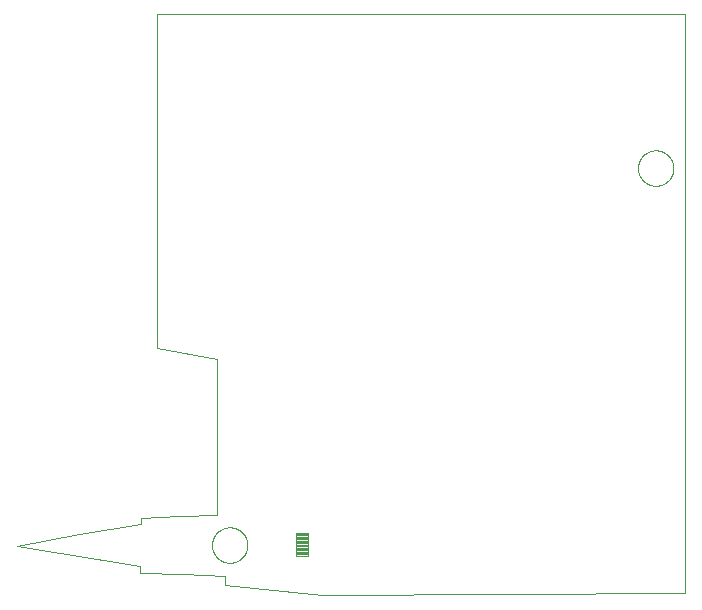
<source format=gbp>
G75*
%MOIN*%
%OFA0B0*%
%FSLAX25Y25*%
%IPPOS*%
%LPD*%
%AMOC8*
5,1,8,0,0,1.08239X$1,22.5*
%
%ADD10C,0.00000*%
%ADD11C,0.00450*%
D10*
X0004557Y0022435D02*
X0025391Y0026394D01*
X0045891Y0030019D01*
X0045960Y0031852D01*
X0046030Y0032019D01*
X0058794Y0032505D01*
X0071224Y0032991D01*
X0071200Y0032985D02*
X0071225Y0058990D01*
X0071224Y0058963D02*
X0071224Y0084935D01*
X0051224Y0088685D01*
X0051224Y0199797D01*
X0227474Y0199797D01*
X0227474Y0006741D01*
X0166919Y0006394D01*
X0106363Y0006047D01*
X0074002Y0009419D01*
X0074002Y0012574D01*
X0059905Y0013130D01*
X0045807Y0013685D01*
X0045807Y0015908D01*
X0004557Y0022435D01*
X0069653Y0022850D02*
X0069655Y0023003D01*
X0069661Y0023157D01*
X0069671Y0023310D01*
X0069685Y0023462D01*
X0069703Y0023615D01*
X0069725Y0023766D01*
X0069750Y0023917D01*
X0069780Y0024068D01*
X0069814Y0024218D01*
X0069851Y0024366D01*
X0069892Y0024514D01*
X0069937Y0024660D01*
X0069986Y0024806D01*
X0070039Y0024950D01*
X0070095Y0025092D01*
X0070155Y0025233D01*
X0070219Y0025373D01*
X0070286Y0025511D01*
X0070357Y0025647D01*
X0070432Y0025781D01*
X0070509Y0025913D01*
X0070591Y0026043D01*
X0070675Y0026171D01*
X0070763Y0026297D01*
X0070854Y0026420D01*
X0070948Y0026541D01*
X0071046Y0026659D01*
X0071146Y0026775D01*
X0071250Y0026888D01*
X0071356Y0026999D01*
X0071465Y0027107D01*
X0071577Y0027212D01*
X0071691Y0027313D01*
X0071809Y0027412D01*
X0071928Y0027508D01*
X0072050Y0027601D01*
X0072175Y0027690D01*
X0072302Y0027777D01*
X0072431Y0027859D01*
X0072562Y0027939D01*
X0072695Y0028015D01*
X0072830Y0028088D01*
X0072967Y0028157D01*
X0073106Y0028222D01*
X0073246Y0028284D01*
X0073388Y0028342D01*
X0073531Y0028397D01*
X0073676Y0028448D01*
X0073822Y0028495D01*
X0073969Y0028538D01*
X0074117Y0028577D01*
X0074266Y0028613D01*
X0074416Y0028644D01*
X0074567Y0028672D01*
X0074718Y0028696D01*
X0074871Y0028716D01*
X0075023Y0028732D01*
X0075176Y0028744D01*
X0075329Y0028752D01*
X0075482Y0028756D01*
X0075636Y0028756D01*
X0075789Y0028752D01*
X0075942Y0028744D01*
X0076095Y0028732D01*
X0076247Y0028716D01*
X0076400Y0028696D01*
X0076551Y0028672D01*
X0076702Y0028644D01*
X0076852Y0028613D01*
X0077001Y0028577D01*
X0077149Y0028538D01*
X0077296Y0028495D01*
X0077442Y0028448D01*
X0077587Y0028397D01*
X0077730Y0028342D01*
X0077872Y0028284D01*
X0078012Y0028222D01*
X0078151Y0028157D01*
X0078288Y0028088D01*
X0078423Y0028015D01*
X0078556Y0027939D01*
X0078687Y0027859D01*
X0078816Y0027777D01*
X0078943Y0027690D01*
X0079068Y0027601D01*
X0079190Y0027508D01*
X0079309Y0027412D01*
X0079427Y0027313D01*
X0079541Y0027212D01*
X0079653Y0027107D01*
X0079762Y0026999D01*
X0079868Y0026888D01*
X0079972Y0026775D01*
X0080072Y0026659D01*
X0080170Y0026541D01*
X0080264Y0026420D01*
X0080355Y0026297D01*
X0080443Y0026171D01*
X0080527Y0026043D01*
X0080609Y0025913D01*
X0080686Y0025781D01*
X0080761Y0025647D01*
X0080832Y0025511D01*
X0080899Y0025373D01*
X0080963Y0025233D01*
X0081023Y0025092D01*
X0081079Y0024950D01*
X0081132Y0024806D01*
X0081181Y0024660D01*
X0081226Y0024514D01*
X0081267Y0024366D01*
X0081304Y0024218D01*
X0081338Y0024068D01*
X0081368Y0023917D01*
X0081393Y0023766D01*
X0081415Y0023615D01*
X0081433Y0023462D01*
X0081447Y0023310D01*
X0081457Y0023157D01*
X0081463Y0023003D01*
X0081465Y0022850D01*
X0081463Y0022697D01*
X0081457Y0022543D01*
X0081447Y0022390D01*
X0081433Y0022238D01*
X0081415Y0022085D01*
X0081393Y0021934D01*
X0081368Y0021783D01*
X0081338Y0021632D01*
X0081304Y0021482D01*
X0081267Y0021334D01*
X0081226Y0021186D01*
X0081181Y0021040D01*
X0081132Y0020894D01*
X0081079Y0020750D01*
X0081023Y0020608D01*
X0080963Y0020467D01*
X0080899Y0020327D01*
X0080832Y0020189D01*
X0080761Y0020053D01*
X0080686Y0019919D01*
X0080609Y0019787D01*
X0080527Y0019657D01*
X0080443Y0019529D01*
X0080355Y0019403D01*
X0080264Y0019280D01*
X0080170Y0019159D01*
X0080072Y0019041D01*
X0079972Y0018925D01*
X0079868Y0018812D01*
X0079762Y0018701D01*
X0079653Y0018593D01*
X0079541Y0018488D01*
X0079427Y0018387D01*
X0079309Y0018288D01*
X0079190Y0018192D01*
X0079068Y0018099D01*
X0078943Y0018010D01*
X0078816Y0017923D01*
X0078687Y0017841D01*
X0078556Y0017761D01*
X0078423Y0017685D01*
X0078288Y0017612D01*
X0078151Y0017543D01*
X0078012Y0017478D01*
X0077872Y0017416D01*
X0077730Y0017358D01*
X0077587Y0017303D01*
X0077442Y0017252D01*
X0077296Y0017205D01*
X0077149Y0017162D01*
X0077001Y0017123D01*
X0076852Y0017087D01*
X0076702Y0017056D01*
X0076551Y0017028D01*
X0076400Y0017004D01*
X0076247Y0016984D01*
X0076095Y0016968D01*
X0075942Y0016956D01*
X0075789Y0016948D01*
X0075636Y0016944D01*
X0075482Y0016944D01*
X0075329Y0016948D01*
X0075176Y0016956D01*
X0075023Y0016968D01*
X0074871Y0016984D01*
X0074718Y0017004D01*
X0074567Y0017028D01*
X0074416Y0017056D01*
X0074266Y0017087D01*
X0074117Y0017123D01*
X0073969Y0017162D01*
X0073822Y0017205D01*
X0073676Y0017252D01*
X0073531Y0017303D01*
X0073388Y0017358D01*
X0073246Y0017416D01*
X0073106Y0017478D01*
X0072967Y0017543D01*
X0072830Y0017612D01*
X0072695Y0017685D01*
X0072562Y0017761D01*
X0072431Y0017841D01*
X0072302Y0017923D01*
X0072175Y0018010D01*
X0072050Y0018099D01*
X0071928Y0018192D01*
X0071809Y0018288D01*
X0071691Y0018387D01*
X0071577Y0018488D01*
X0071465Y0018593D01*
X0071356Y0018701D01*
X0071250Y0018812D01*
X0071146Y0018925D01*
X0071046Y0019041D01*
X0070948Y0019159D01*
X0070854Y0019280D01*
X0070763Y0019403D01*
X0070675Y0019529D01*
X0070591Y0019657D01*
X0070509Y0019787D01*
X0070432Y0019919D01*
X0070357Y0020053D01*
X0070286Y0020189D01*
X0070219Y0020327D01*
X0070155Y0020467D01*
X0070095Y0020608D01*
X0070039Y0020750D01*
X0069986Y0020894D01*
X0069937Y0021040D01*
X0069892Y0021186D01*
X0069851Y0021334D01*
X0069814Y0021482D01*
X0069780Y0021632D01*
X0069750Y0021783D01*
X0069725Y0021934D01*
X0069703Y0022085D01*
X0069685Y0022238D01*
X0069671Y0022390D01*
X0069661Y0022543D01*
X0069655Y0022697D01*
X0069653Y0022850D01*
X0211639Y0148504D02*
X0211641Y0148657D01*
X0211647Y0148811D01*
X0211657Y0148964D01*
X0211671Y0149116D01*
X0211689Y0149269D01*
X0211711Y0149420D01*
X0211736Y0149571D01*
X0211766Y0149722D01*
X0211800Y0149872D01*
X0211837Y0150020D01*
X0211878Y0150168D01*
X0211923Y0150314D01*
X0211972Y0150460D01*
X0212025Y0150604D01*
X0212081Y0150746D01*
X0212141Y0150887D01*
X0212205Y0151027D01*
X0212272Y0151165D01*
X0212343Y0151301D01*
X0212418Y0151435D01*
X0212495Y0151567D01*
X0212577Y0151697D01*
X0212661Y0151825D01*
X0212749Y0151951D01*
X0212840Y0152074D01*
X0212934Y0152195D01*
X0213032Y0152313D01*
X0213132Y0152429D01*
X0213236Y0152542D01*
X0213342Y0152653D01*
X0213451Y0152761D01*
X0213563Y0152866D01*
X0213677Y0152967D01*
X0213795Y0153066D01*
X0213914Y0153162D01*
X0214036Y0153255D01*
X0214161Y0153344D01*
X0214288Y0153431D01*
X0214417Y0153513D01*
X0214548Y0153593D01*
X0214681Y0153669D01*
X0214816Y0153742D01*
X0214953Y0153811D01*
X0215092Y0153876D01*
X0215232Y0153938D01*
X0215374Y0153996D01*
X0215517Y0154051D01*
X0215662Y0154102D01*
X0215808Y0154149D01*
X0215955Y0154192D01*
X0216103Y0154231D01*
X0216252Y0154267D01*
X0216402Y0154298D01*
X0216553Y0154326D01*
X0216704Y0154350D01*
X0216857Y0154370D01*
X0217009Y0154386D01*
X0217162Y0154398D01*
X0217315Y0154406D01*
X0217468Y0154410D01*
X0217622Y0154410D01*
X0217775Y0154406D01*
X0217928Y0154398D01*
X0218081Y0154386D01*
X0218233Y0154370D01*
X0218386Y0154350D01*
X0218537Y0154326D01*
X0218688Y0154298D01*
X0218838Y0154267D01*
X0218987Y0154231D01*
X0219135Y0154192D01*
X0219282Y0154149D01*
X0219428Y0154102D01*
X0219573Y0154051D01*
X0219716Y0153996D01*
X0219858Y0153938D01*
X0219998Y0153876D01*
X0220137Y0153811D01*
X0220274Y0153742D01*
X0220409Y0153669D01*
X0220542Y0153593D01*
X0220673Y0153513D01*
X0220802Y0153431D01*
X0220929Y0153344D01*
X0221054Y0153255D01*
X0221176Y0153162D01*
X0221295Y0153066D01*
X0221413Y0152967D01*
X0221527Y0152866D01*
X0221639Y0152761D01*
X0221748Y0152653D01*
X0221854Y0152542D01*
X0221958Y0152429D01*
X0222058Y0152313D01*
X0222156Y0152195D01*
X0222250Y0152074D01*
X0222341Y0151951D01*
X0222429Y0151825D01*
X0222513Y0151697D01*
X0222595Y0151567D01*
X0222672Y0151435D01*
X0222747Y0151301D01*
X0222818Y0151165D01*
X0222885Y0151027D01*
X0222949Y0150887D01*
X0223009Y0150746D01*
X0223065Y0150604D01*
X0223118Y0150460D01*
X0223167Y0150314D01*
X0223212Y0150168D01*
X0223253Y0150020D01*
X0223290Y0149872D01*
X0223324Y0149722D01*
X0223354Y0149571D01*
X0223379Y0149420D01*
X0223401Y0149269D01*
X0223419Y0149116D01*
X0223433Y0148964D01*
X0223443Y0148811D01*
X0223449Y0148657D01*
X0223451Y0148504D01*
X0223449Y0148351D01*
X0223443Y0148197D01*
X0223433Y0148044D01*
X0223419Y0147892D01*
X0223401Y0147739D01*
X0223379Y0147588D01*
X0223354Y0147437D01*
X0223324Y0147286D01*
X0223290Y0147136D01*
X0223253Y0146988D01*
X0223212Y0146840D01*
X0223167Y0146694D01*
X0223118Y0146548D01*
X0223065Y0146404D01*
X0223009Y0146262D01*
X0222949Y0146121D01*
X0222885Y0145981D01*
X0222818Y0145843D01*
X0222747Y0145707D01*
X0222672Y0145573D01*
X0222595Y0145441D01*
X0222513Y0145311D01*
X0222429Y0145183D01*
X0222341Y0145057D01*
X0222250Y0144934D01*
X0222156Y0144813D01*
X0222058Y0144695D01*
X0221958Y0144579D01*
X0221854Y0144466D01*
X0221748Y0144355D01*
X0221639Y0144247D01*
X0221527Y0144142D01*
X0221413Y0144041D01*
X0221295Y0143942D01*
X0221176Y0143846D01*
X0221054Y0143753D01*
X0220929Y0143664D01*
X0220802Y0143577D01*
X0220673Y0143495D01*
X0220542Y0143415D01*
X0220409Y0143339D01*
X0220274Y0143266D01*
X0220137Y0143197D01*
X0219998Y0143132D01*
X0219858Y0143070D01*
X0219716Y0143012D01*
X0219573Y0142957D01*
X0219428Y0142906D01*
X0219282Y0142859D01*
X0219135Y0142816D01*
X0218987Y0142777D01*
X0218838Y0142741D01*
X0218688Y0142710D01*
X0218537Y0142682D01*
X0218386Y0142658D01*
X0218233Y0142638D01*
X0218081Y0142622D01*
X0217928Y0142610D01*
X0217775Y0142602D01*
X0217622Y0142598D01*
X0217468Y0142598D01*
X0217315Y0142602D01*
X0217162Y0142610D01*
X0217009Y0142622D01*
X0216857Y0142638D01*
X0216704Y0142658D01*
X0216553Y0142682D01*
X0216402Y0142710D01*
X0216252Y0142741D01*
X0216103Y0142777D01*
X0215955Y0142816D01*
X0215808Y0142859D01*
X0215662Y0142906D01*
X0215517Y0142957D01*
X0215374Y0143012D01*
X0215232Y0143070D01*
X0215092Y0143132D01*
X0214953Y0143197D01*
X0214816Y0143266D01*
X0214681Y0143339D01*
X0214548Y0143415D01*
X0214417Y0143495D01*
X0214288Y0143577D01*
X0214161Y0143664D01*
X0214036Y0143753D01*
X0213914Y0143846D01*
X0213795Y0143942D01*
X0213677Y0144041D01*
X0213563Y0144142D01*
X0213451Y0144247D01*
X0213342Y0144355D01*
X0213236Y0144466D01*
X0213132Y0144579D01*
X0213032Y0144695D01*
X0212934Y0144813D01*
X0212840Y0144934D01*
X0212749Y0145057D01*
X0212661Y0145183D01*
X0212577Y0145311D01*
X0212495Y0145441D01*
X0212418Y0145573D01*
X0212343Y0145707D01*
X0212272Y0145843D01*
X0212205Y0145981D01*
X0212141Y0146121D01*
X0212081Y0146262D01*
X0212025Y0146404D01*
X0211972Y0146548D01*
X0211923Y0146694D01*
X0211878Y0146840D01*
X0211837Y0146988D01*
X0211800Y0147136D01*
X0211766Y0147286D01*
X0211736Y0147437D01*
X0211711Y0147588D01*
X0211689Y0147739D01*
X0211671Y0147892D01*
X0211657Y0148044D01*
X0211647Y0148197D01*
X0211641Y0148351D01*
X0211639Y0148504D01*
D11*
X0097575Y0026889D02*
X0097575Y0019339D01*
X0097575Y0026889D02*
X0101625Y0026889D01*
X0101625Y0019339D01*
X0097575Y0019339D01*
X0097575Y0019788D02*
X0101625Y0019788D01*
X0101625Y0020237D02*
X0097575Y0020237D01*
X0097575Y0020686D02*
X0101625Y0020686D01*
X0101625Y0021135D02*
X0097575Y0021135D01*
X0097575Y0021584D02*
X0101625Y0021584D01*
X0101625Y0022033D02*
X0097575Y0022033D01*
X0097575Y0022482D02*
X0101625Y0022482D01*
X0101625Y0022931D02*
X0097575Y0022931D01*
X0097575Y0023380D02*
X0101625Y0023380D01*
X0101625Y0023829D02*
X0097575Y0023829D01*
X0097575Y0024278D02*
X0101625Y0024278D01*
X0101625Y0024727D02*
X0097575Y0024727D01*
X0097575Y0025176D02*
X0101625Y0025176D01*
X0101625Y0025625D02*
X0097575Y0025625D01*
X0097575Y0026074D02*
X0101625Y0026074D01*
X0101625Y0026523D02*
X0097575Y0026523D01*
M02*

</source>
